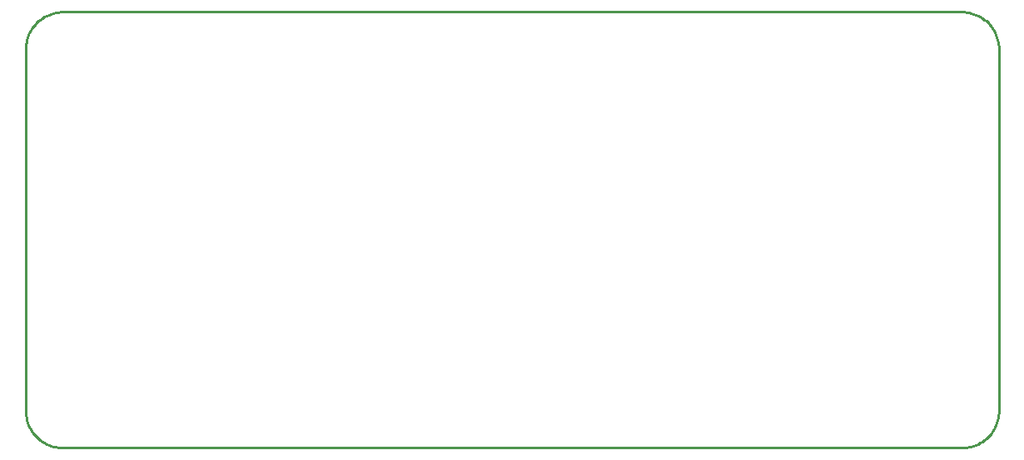
<source format=gm1>
%FSLAX25Y25*%
%MOIN*%
G70*
G01*
G75*
%ADD10C,0.00700*%
%ADD11C,0.06000*%
%ADD12O,0.04000X0.02700*%
%ADD13R,0.07874X0.06299*%
%ADD14R,0.06500X0.05500*%
%ADD15R,0.05000X0.05000*%
%ADD16R,0.05500X0.06500*%
%ADD17R,0.04000X0.02700*%
%ADD18O,0.07000X0.10000*%
%ADD19O,0.07000X0.09000*%
%ADD20O,0.02400X0.08000*%
%ADD21R,0.02400X0.08000*%
%ADD22R,0.03600X0.03600*%
%ADD23R,0.05000X0.03600*%
%ADD24R,0.07000X0.01500*%
%ADD25O,0.07000X0.01500*%
%ADD26O,0.07480X0.01969*%
%ADD27O,0.01969X0.07480*%
%ADD28O,0.01969X0.07000*%
%ADD29R,0.01969X0.07480*%
%ADD30O,0.05118X0.01500*%
%ADD31O,0.05118X0.01500*%
%ADD32R,0.05118X0.01500*%
%ADD33R,0.05000X0.03000*%
%ADD34R,0.05906X0.02756*%
%ADD35R,0.11024X0.05906*%
%ADD36R,0.05906X0.03937*%
%ADD37R,0.05906X0.03937*%
%ADD38C,0.01000*%
%ADD39C,0.02000*%
%ADD40C,0.00600*%
%ADD41O,0.10000X0.12000*%
%ADD42C,0.06300*%
%ADD43C,0.06200*%
%ADD44O,0.06500X0.05500*%
%ADD45O,0.06500X0.05000*%
%ADD46O,0.05500X0.06400*%
%ADD47R,0.05500X0.06400*%
%ADD48R,0.06200X0.07200*%
%ADD49O,0.06200X0.07200*%
%ADD50O,0.06000X0.07000*%
%ADD51R,0.06000X0.07000*%
%ADD52O,0.05500X0.06800*%
%ADD53O,0.06400X0.05000*%
%ADD54O,0.06800X0.05000*%
%ADD55R,0.05500X0.06800*%
%ADD56O,0.06800X0.05500*%
%ADD57R,0.06800X0.05500*%
%ADD58O,0.06400X0.05500*%
%ADD59R,0.06000X0.06000*%
%ADD60O,0.08000X0.06000*%
%ADD61O,0.06000X0.07400*%
%ADD62R,0.06000X0.07400*%
%ADD63C,0.23500*%
%ADD64R,0.10000X0.08000*%
%ADD65O,0.10000X0.08000*%
%ADD66C,0.12000*%
%ADD67C,0.04400*%
%ADD68C,0.03200*%
%ADD69C,0.03000*%
%ADD70O,0.02700X0.04000*%
%ADD71O,0.02400X0.07500*%
%ADD72R,0.05000X0.07000*%
%ADD73O,0.02700X0.03500*%
%ADD74R,0.02700X0.04000*%
%ADD75R,0.03600X0.05000*%
%ADD76O,0.03600X0.02700*%
%ADD77O,0.01500X0.05118*%
%ADD78O,0.01500X0.05118*%
%ADD79R,0.01500X0.05118*%
%ADD80O,0.08000X0.02400*%
%ADD81R,0.08000X0.02400*%
%ADD82O,0.05500X0.01600*%
%ADD83R,0.05500X0.01600*%
%ADD84R,0.06000X0.12500*%
%ADD85R,0.09843X0.09843*%
%ADD86R,0.15000X0.10000*%
%ADD87R,0.12500X0.06000*%
%ADD88R,0.08500X0.10800*%
%ADD89R,0.06000X0.10000*%
%ADD90C,0.00800*%
%ADD91C,0.00500*%
%ADD92C,0.00400*%
%ADD93C,0.02200*%
%ADD94C,0.01200*%
%ADD95C,0.03000*%
%ADD96C,0.05000*%
%ADD97C,0.00394*%
%ADD98R,0.22835X0.81937*%
%ADD99R,0.02953X0.04134*%
%ADD100R,0.02953X0.04134*%
%ADD101R,0.03000X0.02800*%
%ADD102R,0.02800X0.03000*%
%ADD103R,0.70000X0.06700*%
%ADD104R,0.01575X0.01575*%
%ADD105R,0.02500X0.02500*%
%ADD106R,0.30000X0.07000*%
%ADD107R,0.20000X0.07000*%
%ADD108R,0.50000X0.06500*%
%ADD109R,0.05200X0.10400*%
%ADD110R,0.05000X0.10400*%
%ADD111R,0.01575X0.01575*%
%ADD112R,0.46500X0.07000*%
%ADD113R,1.08500X0.07000*%
%ADD114C,0.06800*%
%ADD115O,0.04800X0.03500*%
%ADD116R,0.08674X0.07099*%
%ADD117R,0.07300X0.06300*%
%ADD118R,0.05800X0.05800*%
%ADD119R,0.06300X0.07300*%
%ADD120R,0.04800X0.03500*%
%ADD121O,0.07800X0.10800*%
%ADD122O,0.07800X0.09800*%
%ADD123O,0.03200X0.08800*%
%ADD124R,0.03200X0.08800*%
%ADD125R,0.04400X0.04400*%
%ADD126R,0.05800X0.04400*%
%ADD127R,0.07800X0.02300*%
%ADD128O,0.07800X0.02300*%
%ADD129O,0.08280X0.02768*%
%ADD130O,0.02768X0.08280*%
%ADD131O,0.02768X0.07800*%
%ADD132R,0.02768X0.08280*%
%ADD133O,0.05918X0.02300*%
%ADD134O,0.05918X0.02300*%
%ADD135R,0.05918X0.02300*%
%ADD136R,0.05800X0.03800*%
%ADD137R,0.06706X0.03556*%
%ADD138R,0.11824X0.06706*%
%ADD139R,0.06706X0.04737*%
%ADD140R,0.06706X0.04737*%
%ADD141O,0.10800X0.12800*%
%ADD142C,0.07100*%
%ADD143C,0.07000*%
%ADD144O,0.07300X0.06300*%
%ADD145O,0.07300X0.05800*%
%ADD146O,0.06300X0.07200*%
%ADD147R,0.06300X0.07200*%
%ADD148R,0.07000X0.08000*%
%ADD149O,0.07000X0.08000*%
%ADD150O,0.06800X0.07800*%
%ADD151R,0.06800X0.07800*%
%ADD152O,0.06300X0.07600*%
%ADD153O,0.07200X0.05800*%
%ADD154O,0.07600X0.05800*%
%ADD155R,0.06300X0.07600*%
%ADD156O,0.07600X0.06300*%
%ADD157R,0.07600X0.06300*%
%ADD158O,0.07200X0.06300*%
%ADD159R,0.06800X0.06800*%
%ADD160O,0.08800X0.06800*%
%ADD161O,0.06800X0.08200*%
%ADD162R,0.06800X0.08200*%
%ADD163C,0.24300*%
%ADD164R,0.10800X0.08800*%
%ADD165O,0.10800X0.08800*%
%ADD166C,0.12800*%
%ADD167C,0.05200*%
%ADD168C,0.04000*%
%ADD169O,0.03500X0.04800*%
%ADD170O,0.03200X0.08300*%
%ADD171R,0.05800X0.07800*%
%ADD172O,0.03500X0.04300*%
%ADD173R,0.03500X0.04800*%
%ADD174R,0.04400X0.05800*%
%ADD175O,0.04400X0.03500*%
%ADD176O,0.02300X0.05918*%
%ADD177O,0.02300X0.05918*%
%ADD178R,0.02300X0.05918*%
%ADD179O,0.08800X0.03200*%
%ADD180R,0.08800X0.03200*%
%ADD181O,0.06300X0.02400*%
%ADD182R,0.06300X0.02400*%
%ADD183R,0.06800X0.13300*%
%ADD184R,0.10643X0.10643*%
%ADD185R,0.15800X0.10800*%
%ADD186R,0.13300X0.06800*%
%ADD187R,0.09300X0.11600*%
%ADD188R,0.06800X0.10800*%
D38*
X475000Y100000D02*
X475981Y100032D01*
X476958Y100128D01*
X477926Y100288D01*
X478882Y100511D01*
X479822Y100796D01*
X480740Y101142D01*
X481634Y101547D01*
X482500Y102010D01*
X483334Y102528D01*
X484131Y103100D01*
X484890Y103722D01*
X485607Y104393D01*
X486278Y105110D01*
X486900Y105869D01*
X487472Y106667D01*
X487990Y107500D01*
X488453Y108366D01*
X488858Y109260D01*
X489204Y110178D01*
X489489Y111118D01*
X489712Y112074D01*
X489872Y113042D01*
X489968Y114019D01*
X490000Y115000D01*
Y260000D02*
X489968Y260981D01*
X489872Y261958D01*
X489712Y262926D01*
X489489Y263882D01*
X489204Y264822D01*
X488858Y265740D01*
X488453Y266634D01*
X487990Y267500D01*
X487472Y268334D01*
X486900Y269131D01*
X486278Y269890D01*
X485607Y270607D01*
X484890Y271278D01*
X484131Y271900D01*
X483334Y272472D01*
X482500Y272990D01*
X481634Y273453D01*
X480740Y273858D01*
X479822Y274204D01*
X478882Y274489D01*
X477926Y274712D01*
X476958Y274872D01*
X475981Y274968D01*
X475000Y275000D01*
X115000D02*
X114019Y274968D01*
X113042Y274872D01*
X112074Y274712D01*
X111118Y274489D01*
X110178Y274204D01*
X109260Y273858D01*
X108366Y273453D01*
X107500Y272990D01*
X106667Y272472D01*
X105869Y271900D01*
X105110Y271278D01*
X104393Y270607D01*
X103722Y269890D01*
X103100Y269131D01*
X102528Y268334D01*
X102010Y267500D01*
X101547Y266634D01*
X101142Y265740D01*
X100796Y264822D01*
X100511Y263882D01*
X100288Y262926D01*
X100128Y261958D01*
X100032Y260981D01*
X100000Y260000D01*
Y115000D02*
X100032Y114019D01*
X100128Y113042D01*
X100288Y112074D01*
X100511Y111118D01*
X100796Y110178D01*
X101142Y109260D01*
X101547Y108366D01*
X102010Y107500D01*
X102528Y106667D01*
X103100Y105869D01*
X103722Y105110D01*
X104393Y104393D01*
X105110Y103722D01*
X105869Y103100D01*
X106667Y102528D01*
X107500Y102010D01*
X108366Y101547D01*
X109260Y101142D01*
X110178Y100796D01*
X111118Y100511D01*
X112074Y100288D01*
X113042Y100128D01*
X114019Y100032D01*
X115000Y100000D01*
Y275000D02*
X475000D01*
X100000Y115000D02*
Y260000D01*
X115000Y100000D02*
X475000D01*
X489900Y114300D02*
X490000Y260000D01*
M02*

</source>
